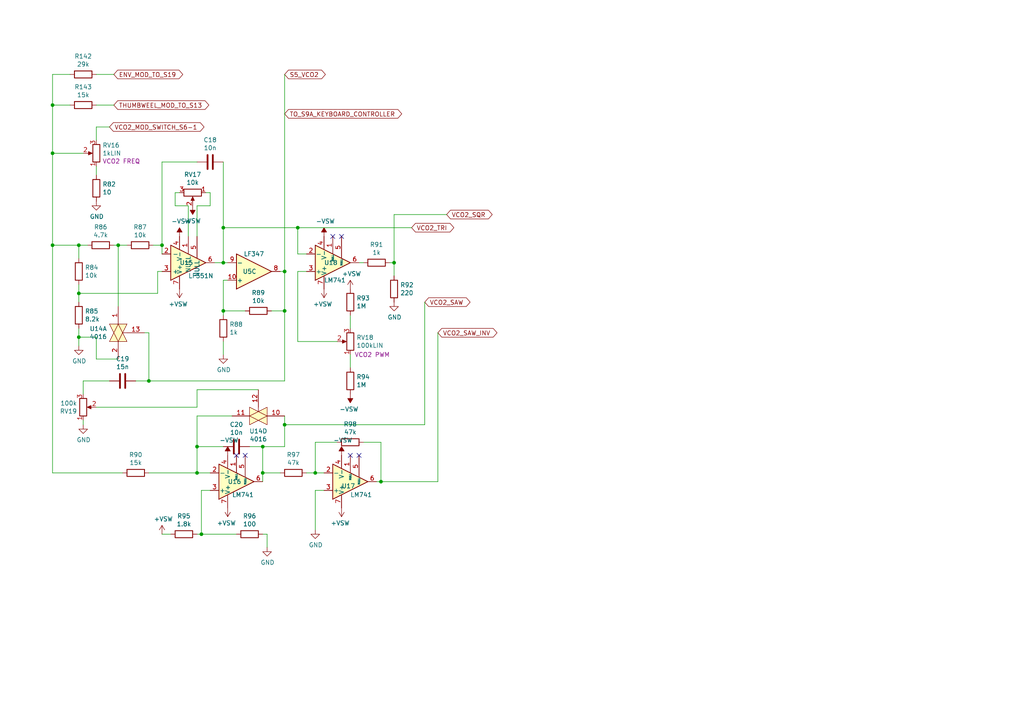
<source format=kicad_sch>
(kicad_sch (version 20230121) (generator eeschema)
  (paper "A4")
  (lib_symbols
    (symbol "4xxx:4016" (pin_names (offset 1.016))
      (property "Reference" "U" (at -7.62 8.89 0))
      (property "Value" "4016" (at -7.62 -8.89 0))
      (symbol "4016_1_0"
        (polyline (pts (xy 0 1.27) (xy 0 2.54)) (stroke (width 0.1524)))
        (polyline (pts (xy -2.54 0) (xy 2.54 2.54) (xy 2.54 -2.54) (xy -2.54 0)) (fill (type background)))
        (polyline (pts (xy -2.54 2.54) (xy 2.54 0) (xy -2.54 -2.54) (xy -2.54 2.54)) (fill (type background)))
        (pin passive line (at -7.62 0 0) (length 5.08) (name "~") (number "1"))
        (pin input line (at 0 7.62 270) (length 5.08) (name "~") (number "13"))
        (pin passive line (at 7.62 0 180) (length 5.08) (name "~") (number "2"))
      )
      (symbol "4016_2_0"
        (polyline (pts (xy 0 1.27) (xy 0 2.54)) (stroke (width 0.1524)))
        (polyline (pts (xy -2.54 0) (xy 2.54 2.54) (xy 2.54 -2.54) (xy -2.54 0)) (fill (type background)))
        (polyline (pts (xy -2.54 2.54) (xy 2.54 0) (xy -2.54 -2.54) (xy -2.54 2.54)) (fill (type background)))
        (pin passive line (at 7.62 0 180) (length 5.08) (name "~") (number "3"))
        (pin passive line (at -7.62 0 0) (length 5.08) (name "~") (number "4"))
        (pin input line (at 0 7.62 270) (length 5.08) (name "~") (number "5"))
      )
      (symbol "4016_3_0"
        (polyline (pts (xy 0 1.27) (xy 0 2.54)) (stroke (width 0.1524)))
        (polyline (pts (xy -2.54 0) (xy 2.54 2.54) (xy 2.54 -2.54) (xy -2.54 0)) (fill (type background)))
        (polyline (pts (xy -2.54 2.54) (xy 2.54 0) (xy -2.54 -2.54) (xy -2.54 2.54)) (fill (type background)))
        (pin input line (at 0 7.62 270) (length 5.08) (name "~") (number "6"))
        (pin passive line (at -7.62 0 0) (length 5.08) (name "~") (number "8"))
        (pin passive line (at 7.62 0 180) (length 5.08) (name "~") (number "9"))
      )
      (symbol "4016_4_0"
        (polyline (pts (xy 0 1.27) (xy 0 2.54)) (stroke (width 0.1524)))
        (polyline (pts (xy -2.54 0) (xy 2.54 2.54) (xy 2.54 -2.54) (xy -2.54 0)) (fill (type background)))
        (polyline (pts (xy -2.54 2.54) (xy 2.54 0) (xy -2.54 -2.54) (xy -2.54 2.54)) (fill (type background)))
        (pin passive line (at 7.62 0 180) (length 5.08) (name "~") (number "10"))
        (pin passive line (at -7.62 0 0) (length 5.08) (name "~") (number "11"))
        (pin input line (at 0 7.62 270) (length 5.08) (name "~") (number "12"))
      )
      (symbol "4016_5_0"
        (pin power_in line (at 0 12.7 270) (length 5.08) (name "VDD") (number "14"))
        (pin power_in line (at 0 -12.7 90) (length 5.08) (name "VSS") (number "7"))
      )
      (symbol "4016_5_1"
        (rectangle (start -5.08 7.62) (end 5.08 -7.62) (stroke (width 0.254)) (fill (type background)))
      )
    )
    (symbol "Amplifier_Operational:LF351N"
      (property "Reference" "U" (at 0 6.35 0))
      (property "Value" "LF351N" (at 0 3.81 0))
      (symbol "LF351N_0_1"
        (polyline (pts (xy -5.08 5.08) (xy 5.08 0) (xy -5.08 -5.08) (xy -5.08 5.08)) (stroke (width 0.254)) (fill (type background)))
      )
      (symbol "LF351N_1_1"
        (pin input line (at 0 -7.62 90) (length 5.08) (name "NULL") (number "1"))
        (pin input line (at -7.62 -2.54 0) (length 2.54) (name "-") (number "2"))
        (pin input line (at -7.62 2.54 0) (length 2.54) (name "+") (number "3"))
        (pin power_in line (at -2.54 -7.62 90) (length 3.81) (name "V-") (number "4"))
        (pin input line (at 2.54 -7.62 90) (length 6.35) (name "NULL") (number "5"))
        (pin output line (at 7.62 0 180) (length 2.54) (name "~") (number "6"))
        (pin power_in line (at -2.54 7.62 270) (length 3.81) (name "V+") (number "7"))
        (pin no_connect line (at 0 2.54 270) (length 2.54) hide (name "NC") (number "8"))
      )
    )
    (symbol "Amplifier_Operational:LM741" (pin_names (offset 0.127))
      (property "Reference" "U" (at 0 6.35 0))
      (property "Value" "LM741" (at 0 3.81 0))
      (symbol "LM741_0_1"
        (polyline (pts (xy -5.08 5.08) (xy 5.08 0) (xy -5.08 -5.08) (xy -5.08 5.08)) (stroke (width 0.254)) (fill (type background)))
      )
      (symbol "LM741_1_1"
        (pin input line (at 0 -7.62 90) (length 5.08) (name "NULL") (number "1"))
        (pin input line (at -7.62 -2.54 0) (length 2.54) (name "-") (number "2"))
        (pin input line (at -7.62 2.54 0) (length 2.54) (name "+") (number "3"))
        (pin power_in line (at -2.54 -7.62 90) (length 3.81) (name "V-") (number "4"))
        (pin input line (at 2.54 -7.62 90) (length 6.35) (name "NULL") (number "5"))
        (pin output line (at 7.62 0 180) (length 2.54) (name "~") (number "6"))
        (pin power_in line (at -2.54 7.62 270) (length 3.81) (name "V+") (number "7"))
        (pin no_connect line (at 0 2.54 270) (length 2.54) hide (name "NC") (number "8"))
      )
    )
    (symbol "Device:C" (pin_numbers hide) (pin_names (offset 0.254))
      (property "Reference" "C" (at 0.635 2.54 0))
      (property "Value" "C" (at 0.635 -2.54 0))
      (symbol "C_0_1"
        (polyline (pts (xy -2.032 -0.762) (xy 2.032 -0.762)) (stroke (width 0.508)))
        (polyline (pts (xy -2.032 0.762) (xy 2.032 0.762)) (stroke (width 0.508)))
      )
      (symbol "C_1_1"
        (pin passive line (at 0 3.81 270) (length 2.794) (name "~") (number "1"))
        (pin passive line (at 0 -3.81 90) (length 2.794) (name "~") (number "2"))
      )
    )
    (symbol "Device:R" (pin_numbers hide) (pin_names (offset 0))
      (property "Reference" "R" (at 2.032 0 90))
      (property "Value" "R" (at 0 0 90))
      (symbol "R_0_1"
        (rectangle (start -1.016 -2.54) (end 1.016 2.54) (stroke (width 0.254)))
      )
      (symbol "R_1_1"
        (pin passive line (at 0 3.81 270) (length 1.27) (name "~") (number "1"))
        (pin passive line (at 0 -3.81 90) (length 1.27) (name "~") (number "2"))
      )
    )
    (symbol "Device:R_Potentiometer" (pin_names (offset 1.016) hide)
      (property "Reference" "RV" (at -4.445 0 90))
      (property "Value" "R_Potentiometer" (at -2.54 0 90))
      (symbol "R_Potentiometer_0_1"
        (polyline (pts (xy 2.54 0) (xy 1.524 0)))
        (polyline (pts (xy 1.143 0) (xy 2.286 0.508) (xy 2.286 -0.508) (xy 1.143 0)) (fill (type outline)))
        (rectangle (start 1.016 2.54) (end -1.016 -2.54) (stroke (width 0.254)))
      )
      (symbol "R_Potentiometer_1_1"
        (pin passive line (at 0 3.81 270) (length 1.27) (name "1") (number "1"))
        (pin passive line (at 3.81 0 180) (length 1.27) (name "2") (number "2"))
        (pin passive line (at 0 -3.81 90) (length 1.27) (name "3") (number "3"))
      )
    )
    (symbol "pe_microsynth:LF347" (pin_names (offset 0.127))
      (property "Reference" "U" (at 0 5.08 0))
      (property "Value" "LF347" (at 0 -5.08 0))
      (symbol "LF347_1_1"
        (polyline (pts (xy -5.08 5.08) (xy 5.08 0) (xy -5.08 -5.08) (xy -5.08 5.08)) (stroke (width 0.254)) (fill (type background)))
        (pin output line (at 7.62 0 180) (length 2.54) (name "~") (number "1"))
        (pin input line (at -7.62 -2.54 0) (length 2.54) (name "-") (number "2"))
        (pin input line (at -7.62 2.54 0) (length 2.54) (name "+") (number "3"))
      )
      (symbol "LF347_2_1"
        (polyline (pts (xy -5.08 5.08) (xy 5.08 0) (xy -5.08 -5.08) (xy -5.08 5.08)) (stroke (width 0.254)) (fill (type background)))
        (pin input line (at -7.62 2.54 0) (length 2.54) (name "+") (number "5"))
        (pin input line (at -7.62 -2.54 0) (length 2.54) (name "-") (number "6"))
        (pin output line (at 7.62 0 180) (length 2.54) (name "~") (number "7"))
      )
      (symbol "LF347_3_1"
        (polyline (pts (xy -5.08 5.08) (xy 5.08 0) (xy -5.08 -5.08) (xy -5.08 5.08)) (stroke (width 0.254)) (fill (type background)))
        (pin input line (at -7.62 2.54 0) (length 2.54) (name "+") (number "10"))
        (pin output line (at 7.62 0 180) (length 2.54) (name "~") (number "8"))
        (pin input line (at -7.62 -2.54 0) (length 2.54) (name "-") (number "9"))
      )
      (symbol "LF347_4_1"
        (polyline (pts (xy -5.08 5.08) (xy 5.08 0) (xy -5.08 -5.08) (xy -5.08 5.08)) (stroke (width 0.254)) (fill (type background)))
        (pin input line (at -7.62 2.54 0) (length 2.54) (name "+") (number "12"))
        (pin input line (at -7.62 -2.54 0) (length 2.54) (name "-") (number "13"))
        (pin output line (at 7.62 0 180) (length 2.54) (name "~") (number "14"))
      )
      (symbol "LF347_5_1"
        (pin power_in line (at -2.54 -7.62 90) (length 3.81) (name "V-") (number "11"))
        (pin power_in line (at -2.54 7.62 270) (length 3.81) (name "V+") (number "4"))
      )
    )
    (symbol "power:+VSW" (power) (pin_names (offset 0))
      (property "Value" "+VSW" (at 0 3.556 0))
      (symbol "+VSW_0_1"
        (polyline (pts (xy -0.762 1.27) (xy 0 2.54)))
        (polyline (pts (xy 0 0) (xy 0 2.54)))
        (polyline (pts (xy 0 2.54) (xy 0.762 1.27)))
      )
      (symbol "+VSW_1_1"
        (pin power_in line (at 0 0 90) (length 0) hide (name "+VSW") (number "1"))
      )
    )
    (symbol "power:-VSW" (power) (pin_names (offset 0))
      (property "Value" "-VSW" (at 0 3.81 0))
      (symbol "-VSW_0_0"
        (pin power_in line (at 0 0 90) (length 0) hide (name "-VSW") (number "1"))
      )
      (symbol "-VSW_0_1"
        (polyline (pts (xy 0 0) (xy 0 1.27) (xy 0.762 1.27) (xy 0 2.54) (xy -0.762 1.27) (xy 0 1.27)) (fill (type outline)))
      )
    )
    (symbol "power:GND" (power) (pin_names (offset 0))
      (property "Value" "GND" (at 0 -3.81 0))
      (symbol "GND_0_1"
        (polyline (pts (xy 0 0) (xy 0 -1.27) (xy 1.27 -1.27) (xy 0 -2.54) (xy -1.27 -1.27) (xy 0 -1.27)))
      )
      (symbol "GND_1_1"
        (pin power_in line (at 0 0 270) (length 0) hide (name "GND") (number "1"))
      )
    )
  )
  (junction (at 64.77 76.2))
  (junction (at 57.15 137.16))
  (junction (at 34.29 71.12))
  (junction (at 22.86 85.09))
  (junction (at 91.44 137.16))
  (junction (at 15.24 30.48))
  (junction (at 64.77 66.04))
  (junction (at 82.55 90.17))
  (junction (at 15.24 71.12))
  (junction (at 76.2 137.16))
  (junction (at 22.86 97.79))
  (junction (at 114.3 76.2))
  (junction (at 76.2 129.54))
  (junction (at 57.15 129.54))
  (junction (at 86.36 66.04))
  (junction (at 110.49 139.7))
  (junction (at 15.24 44.45))
  (junction (at 46.99 71.12))
  (junction (at 82.55 78.74))
  (junction (at 22.86 71.12))
  (junction (at 82.55 123.19))
  (junction (at 43.18 110.49))
  (junction (at 64.77 90.17))
  (junction (at 58.42 154.94))
  (no_connect (at 99.06 68.58))
  (no_connect (at 71.12 132.08))
  (no_connect (at 96.52 68.58))
  (no_connect (at 68.58 132.08))
  (no_connect (at 101.6 132.08))
  (no_connect (at 104.14 132.08))
  (wire (pts (xy 76.2 129.54) (xy 82.55 129.54)))
  (wire (pts (xy 46.99 73.66) (xy 46.99 71.12)))
  (wire (pts (xy 66.04 81.28) (xy 64.77 81.28)))
  (wire (pts (xy 71.12 90.17) (xy 64.77 90.17)))
  (wire (pts (xy 76.2 154.94) (xy 77.47 154.94)))
  (wire (pts (xy 50.8 59.69) (xy 50.8 55.88)))
  (wire (pts (xy 22.86 85.09) (xy 22.86 87.63)))
  (wire (pts (xy 86.36 78.74) (xy 86.36 99.06)))
  (wire (pts (xy 46.99 46.99) (xy 46.99 71.12)))
  (wire (pts (xy 82.55 21.59) (xy 82.55 78.74)))
  (wire (pts (xy 123.19 123.19) (xy 82.55 123.19)))
  (wire (pts (xy 27.94 36.83) (xy 27.94 40.64)))
  (wire (pts (xy 59.69 55.88) (xy 60.96 55.88)))
  (wire (pts (xy 86.36 99.06) (xy 97.79 99.06)))
  (wire (pts (xy 57.15 137.16) (xy 57.15 129.54)))
  (wire (pts (xy 64.77 102.87) (xy 64.77 99.06)))
  (wire (pts (xy 82.55 90.17) (xy 78.74 90.17)))
  (wire (pts (xy 15.24 30.48) (xy 15.24 21.59)))
  (wire (pts (xy 110.49 128.27) (xy 105.41 128.27)))
  (wire (pts (xy 64.77 66.04) (xy 64.77 46.99)))
  (wire (pts (xy 46.99 71.12) (xy 44.45 71.12)))
  (wire (pts (xy 82.55 110.49) (xy 82.55 90.17)))
  (wire (pts (xy 57.15 137.16) (xy 60.96 137.16)))
  (wire (pts (xy 49.53 154.94) (xy 46.99 154.94)))
  (wire (pts (xy 86.36 73.66) (xy 86.36 66.04)))
  (wire (pts (xy 88.9 73.66) (xy 86.36 73.66)))
  (wire (pts (xy 22.86 82.55) (xy 22.86 85.09)))
  (wire (pts (xy 15.24 44.45) (xy 15.24 30.48)))
  (wire (pts (xy 76.2 129.54) (xy 72.39 129.54)))
  (wire (pts (xy 57.15 113.03) (xy 74.93 113.03)))
  (wire (pts (xy 24.13 110.49) (xy 24.13 114.3)))
  (wire (pts (xy 64.77 90.17) (xy 64.77 91.44)))
  (wire (pts (xy 31.75 36.83) (xy 27.94 36.83)))
  (wire (pts (xy 67.31 120.65) (xy 57.15 120.65)))
  (wire (pts (xy 57.15 59.69) (xy 57.15 68.58)))
  (wire (pts (xy 54.61 68.58) (xy 54.61 59.69)))
  (wire (pts (xy 110.49 139.7) (xy 110.49 128.27)))
  (wire (pts (xy 27.94 48.26) (xy 27.94 50.8)))
  (wire (pts (xy 91.44 153.67) (xy 91.44 142.24)))
  (wire (pts (xy 45.72 85.09) (xy 45.72 78.74)))
  (wire (pts (xy 24.13 123.19) (xy 24.13 121.92)))
  (wire (pts (xy 43.18 110.49) (xy 43.18 96.52)))
  (wire (pts (xy 58.42 154.94) (xy 58.42 142.24)))
  (wire (pts (xy 82.55 129.54) (xy 82.55 123.19)))
  (wire (pts (xy 82.55 123.19) (xy 82.55 120.65)))
  (wire (pts (xy 31.75 110.49) (xy 24.13 110.49)))
  (wire (pts (xy 33.02 30.48) (xy 27.94 30.48)))
  (wire (pts (xy 22.86 100.33) (xy 22.86 97.79)))
  (wire (pts (xy 64.77 76.2) (xy 66.04 76.2)))
  (wire (pts (xy 88.9 137.16) (xy 91.44 137.16)))
  (wire (pts (xy 27.94 97.79) (xy 22.86 97.79)))
  (wire (pts (xy 27.94 21.59) (xy 33.02 21.59)))
  (wire (pts (xy 27.94 118.11) (xy 57.15 118.11)))
  (wire (pts (xy 24.13 44.45) (xy 15.24 44.45)))
  (wire (pts (xy 97.79 128.27) (xy 91.44 128.27)))
  (wire (pts (xy 34.29 71.12) (xy 36.83 71.12)))
  (wire (pts (xy 64.77 81.28) (xy 64.77 90.17)))
  (wire (pts (xy 101.6 102.87) (xy 101.6 106.68)))
  (wire (pts (xy 114.3 76.2) (xy 113.03 76.2)))
  (wire (pts (xy 43.18 96.52) (xy 41.91 96.52)))
  (wire (pts (xy 104.14 76.2) (xy 105.41 76.2)))
  (wire (pts (xy 15.24 71.12) (xy 15.24 44.45)))
  (wire (pts (xy 54.61 59.69) (xy 50.8 59.69)))
  (wire (pts (xy 15.24 71.12) (xy 22.86 71.12)))
  (wire (pts (xy 82.55 90.17) (xy 82.55 78.74)))
  (wire (pts (xy 123.19 87.63) (xy 123.19 123.19)))
  (wire (pts (xy 57.15 154.94) (xy 58.42 154.94)))
  (wire (pts (xy 15.24 137.16) (xy 15.24 71.12)))
  (wire (pts (xy 33.02 71.12) (xy 34.29 71.12)))
  (wire (pts (xy 109.22 139.7) (xy 110.49 139.7)))
  (wire (pts (xy 82.55 78.74) (xy 81.28 78.74)))
  (wire (pts (xy 43.18 110.49) (xy 82.55 110.49)))
  (wire (pts (xy 114.3 62.23) (xy 114.3 76.2)))
  (wire (pts (xy 43.18 137.16) (xy 57.15 137.16)))
  (wire (pts (xy 39.37 110.49) (xy 43.18 110.49)))
  (wire (pts (xy 27.94 104.14) (xy 27.94 97.79)))
  (wire (pts (xy 15.24 30.48) (xy 20.32 30.48)))
  (wire (pts (xy 35.56 137.16) (xy 15.24 137.16)))
  (wire (pts (xy 60.96 55.88) (xy 60.96 59.69)))
  (wire (pts (xy 58.42 142.24) (xy 60.96 142.24)))
  (wire (pts (xy 62.23 76.2) (xy 64.77 76.2)))
  (wire (pts (xy 81.28 137.16) (xy 76.2 137.16)))
  (wire (pts (xy 76.2 137.16) (xy 76.2 129.54)))
  (wire (pts (xy 64.77 66.04) (xy 64.77 76.2)))
  (wire (pts (xy 15.24 21.59) (xy 20.32 21.59)))
  (wire (pts (xy 57.15 118.11) (xy 57.15 113.03)))
  (wire (pts (xy 50.8 55.88) (xy 52.07 55.88)))
  (wire (pts (xy 91.44 142.24) (xy 93.98 142.24)))
  (wire (pts (xy 119.38 66.04) (xy 86.36 66.04)))
  (wire (pts (xy 101.6 95.25) (xy 101.6 91.44)))
  (wire (pts (xy 57.15 129.54) (xy 64.77 129.54)))
  (wire (pts (xy 127 96.52) (xy 127 139.7)))
  (wire (pts (xy 91.44 137.16) (xy 93.98 137.16)))
  (wire (pts (xy 22.86 85.09) (xy 45.72 85.09)))
  (wire (pts (xy 77.47 154.94) (xy 77.47 158.75)))
  (wire (pts (xy 22.86 74.93) (xy 22.86 71.12)))
  (wire (pts (xy 22.86 71.12) (xy 25.4 71.12)))
  (wire (pts (xy 45.72 78.74) (xy 46.99 78.74)))
  (wire (pts (xy 91.44 128.27) (xy 91.44 137.16)))
  (wire (pts (xy 86.36 66.04) (xy 64.77 66.04)))
  (wire (pts (xy 114.3 80.01) (xy 114.3 76.2)))
  (wire (pts (xy 34.29 104.14) (xy 27.94 104.14)))
  (wire (pts (xy 57.15 120.65) (xy 57.15 129.54)))
  (wire (pts (xy 22.86 97.79) (xy 22.86 95.25)))
  (wire (pts (xy 88.9 78.74) (xy 86.36 78.74)))
  (wire (pts (xy 34.29 71.12) (xy 34.29 88.9)))
  (wire (pts (xy 76.2 137.16) (xy 76.2 139.7)))
  (wire (pts (xy 46.99 46.99) (xy 57.15 46.99)))
  (wire (pts (xy 127 139.7) (xy 110.49 139.7)))
  (wire (pts (xy 58.42 154.94) (xy 68.58 154.94)))
  (wire (pts (xy 129.54 62.23) (xy 114.3 62.23)))
  (wire (pts (xy 60.96 59.69) (xy 57.15 59.69)))
  (global_label "THUMBWEEL_MOD_TO_S13" (shape bidirectional) (at 33.02 30.48 0) (property "Intersheetrefs" "${INTERSHEET_REFS}" (effects hide)))
  (global_label "VCO2_SAW" (shape bidirectional) (at 123.19 87.63 0) (property "Intersheetrefs" "${INTERSHEET_REFS}" (effects hide)))
  (global_label "VCO2_TRI" (shape bidirectional) (at 119.38 66.04 0) (property "Intersheetrefs" "${INTERSHEET_REFS}" (effects hide)))
  (global_label "S5_VCO2" (shape bidirectional) (at 82.55 21.59 0) (property "Intersheetrefs" "${INTERSHEET_REFS}" (effects hide)))
  (global_label "VCO2_MOD_SWITCH_S6-1" (shape bidirectional) (at 31.75 36.83 0) (property "Intersheetrefs" "${INTERSHEET_REFS}" (effects hide)))
  (global_label "VCO2_SQR" (shape bidirectional) (at 129.54 62.23 0) (property "Intersheetrefs" "${INTERSHEET_REFS}" (effects hide)))
  (global_label "VCO2_SAW_INV" (shape bidirectional) (at 127 96.52 0) (property "Intersheetrefs" "${INTERSHEET_REFS}" (effects hide)))
  (global_label "TO_S9A_KEYBOARD_CONTROLLER" (shape bidirectional) (at 82.55 33.02 0) (property "Intersheetrefs" "${INTERSHEET_REFS}" (effects hide)))
  (global_label "ENV_MOD_TO_S19" (shape bidirectional) (at 33.02 21.59 0) (property "Intersheetrefs" "${INTERSHEET_REFS}" (effects hide)))
  (symbol (lib_id "Amplifier_Operational:LM741") (at 101.6 139.7 0) (mirror x) (unit 1)
    (property "Reference" "U17" (at 99.06 140.97 0) (effects (justify left)))
    (property "Value" "LM741" (at 101.6 143.51 0) (effects (justify left)))
    (property "Footprint" "Package_DIP:DIP-8_W7.62mm_LongPads" (effects hide))
    (property "Datasheet" "http://www.ti.com/lit/ds/symlink/lm741.pdf" (effects hide))
  )
  (symbol (lib_id "Amplifier_Operational:LM741") (at 68.58 139.7 0) (mirror x) (unit 1)
    (property "Reference" "U16" (at 66.04 139.7 0) (effects (justify left)))
    (property "Value" "LM741" (at 67.31 143.51 0) (effects (justify left)))
    (property "Footprint" "Package_DIP:DIP-8_W7.62mm_LongPads" (effects hide))
    (property "Datasheet" "http://www.ti.com/lit/ds/symlink/lm741.pdf" (effects hide))
  )
  (symbol (lib_id "Amplifier_Operational:LM741") (at 96.52 76.2 0) (mirror x) (unit 1)
    (property "Reference" "U18" (at 93.98 76.2 0) (effects (justify left)))
    (property "Value" "LM741" (at 93.98 81.28 0) (effects (justify left)))
    (property "Footprint" "Package_DIP:DIP-8_W7.62mm_LongPads" (effects hide))
    (property "Datasheet" "http://www.ti.com/lit/ds/symlink/lm741.pdf" (effects hide))
  )
  (symbol (lib_id "Device:R") (at 24.13 21.59 270) (unit 1)
    (property "Reference" "R142" (at 24.13 16.3322 90))
    (property "Value" "29k" (at 24.13 18.6436 90))
    (property "Footprint" "Resistor_THT:R_Axial_DIN0207_L6.3mm_D2.5mm_P10.16mm_Horizontal" (effects hide))
  )
  (symbol (lib_id "Device:R") (at 24.13 30.48 270) (unit 1)
    (property "Reference" "R143" (at 24.13 25.2222 90))
    (property "Value" "15k" (at 24.13 27.5336 90))
    (property "Footprint" "Resistor_THT:R_Axial_DIN0207_L6.3mm_D2.5mm_P10.16mm_Horizontal" (effects hide))
  )
  (symbol (lib_id "Device:R") (at 27.94 54.61 0) (unit 1)
    (property "Reference" "R82" (at 29.718 53.4416 0) (effects (justify left)))
    (property "Value" "10" (at 29.718 55.753 0) (effects (justify left)))
    (property "Footprint" "Resistor_THT:R_Axial_DIN0207_L6.3mm_D2.5mm_P10.16mm_Horizontal" (effects hide))
  )
  (symbol (lib_id "power:GND") (at 27.94 58.42 0) (unit 1)
    (property "Reference" "#PWR0156" (effects hide))
    (property "Value" "GND" (at 28.067 62.8142 0))
  )
  (symbol (lib_id "Device:R_Potentiometer") (at 27.94 44.45 180) (unit 1)
    (property "Reference" "RV16" (at 29.718 42.1386 0) (effects (justify right)))
    (property "Value" "1kLIN" (at 29.718 44.45 0) (effects (justify right)))
    (property "Footprint" "microsynth:Pot_16mm_NoDet_RV16AF-4A" (effects hide))
    (property "Label" "VCO2 FREQ" (at 29.718 46.7614 0) (effects (justify right)))
  )
  (symbol (lib_id "Device:R") (at 29.21 71.12 270) (unit 1)
    (property "Reference" "R86" (at 29.21 65.8622 90))
    (property "Value" "4.7k" (at 29.21 68.1736 90))
    (property "Footprint" "Resistor_THT:R_Axial_DIN0207_L6.3mm_D2.5mm_P10.16mm_Horizontal" (effects hide))
  )
  (symbol (lib_id "Device:R") (at 40.64 71.12 270) (unit 1)
    (property "Reference" "R87" (at 40.64 65.8622 90))
    (property "Value" "10k" (at 40.64 68.1736 90))
    (property "Footprint" "Resistor_THT:R_Axial_DIN0207_L6.3mm_D2.5mm_P10.16mm_Horizontal" (effects hide))
  )
  (symbol (lib_id "Device:R") (at 22.86 78.74 0) (unit 1)
    (property "Reference" "R84" (at 24.638 77.5716 0) (effects (justify left)))
    (property "Value" "10k" (at 24.638 79.883 0) (effects (justify left)))
    (property "Footprint" "Resistor_THT:R_Axial_DIN0207_L6.3mm_D2.5mm_P10.16mm_Horizontal" (effects hide))
  )
  (symbol (lib_id "Device:R") (at 22.86 91.44 0) (unit 1)
    (property "Reference" "R85" (at 24.638 90.2716 0) (effects (justify left)))
    (property "Value" "8.2k" (at 24.638 92.583 0) (effects (justify left)))
    (property "Footprint" "Resistor_THT:R_Axial_DIN0207_L6.3mm_D2.5mm_P10.16mm_Horizontal" (effects hide))
  )
  (symbol (lib_id "Device:R") (at 64.77 95.25 0) (unit 1)
    (property "Reference" "R88" (at 66.548 94.0816 0) (effects (justify left)))
    (property "Value" "1k" (at 66.548 96.393 0) (effects (justify left)))
    (property "Footprint" "Resistor_THT:R_Axial_DIN0207_L6.3mm_D2.5mm_P10.16mm_Horizontal" (effects hide))
  )
  (symbol (lib_id "Device:R") (at 74.93 90.17 270) (unit 1)
    (property "Reference" "R89" (at 74.93 84.9122 90))
    (property "Value" "10k" (at 74.93 87.2236 90))
    (property "Footprint" "Resistor_THT:R_Axial_DIN0207_L6.3mm_D2.5mm_P10.16mm_Horizontal" (effects hide))
  )
  (symbol (lib_id "Device:R") (at 39.37 137.16 270) (unit 1)
    (property "Reference" "R90" (at 39.37 131.9022 90))
    (property "Value" "15k" (at 39.37 134.2136 90))
    (property "Footprint" "Resistor_THT:R_Axial_DIN0207_L6.3mm_D2.5mm_P10.16mm_Horizontal" (effects hide))
  )
  (symbol (lib_id "Device:R") (at 53.34 154.94 270) (unit 1)
    (property "Reference" "R95" (at 53.34 149.6822 90))
    (property "Value" "1.8k" (at 53.34 151.9936 90))
    (property "Footprint" "Resistor_THT:R_Axial_DIN0207_L6.3mm_D2.5mm_P10.16mm_Horizontal" (effects hide))
  )
  (symbol (lib_id "Device:R") (at 72.39 154.94 270) (unit 1)
    (property "Reference" "R96" (at 72.39 149.6822 90))
    (property "Value" "100" (at 72.39 151.9936 90))
    (property "Footprint" "Resistor_THT:R_Axial_DIN0207_L6.3mm_D2.5mm_P10.16mm_Horizontal" (effects hide))
  )
  (symbol (lib_id "Device:R") (at 85.09 137.16 270) (unit 1)
    (property "Reference" "R97" (at 85.09 131.9022 90))
    (property "Value" "47k" (at 85.09 134.2136 90))
    (property "Footprint" "Resistor_THT:R_Axial_DIN0207_L6.3mm_D2.5mm_P10.16mm_Horizontal" (effects hide))
  )
  (symbol (lib_id "Device:R") (at 101.6 128.27 270) (unit 1)
    (property "Reference" "R98" (at 101.6 123.0122 90))
    (property "Value" "47k" (at 101.6 125.3236 90))
    (property "Footprint" "Resistor_THT:R_Axial_DIN0207_L6.3mm_D2.5mm_P10.16mm_Horizontal" (effects hide))
  )
  (symbol (lib_id "Device:C") (at 68.58 129.54 270) (unit 1)
    (property "Reference" "C20" (at 68.58 123.1392 90))
    (property "Value" "10n" (at 68.58 125.4506 90))
    (property "Footprint" "Capacitor_THT:C_Rect_L7.2mm_W2.5mm_P5.00mm_FKS2_FKP2_MKS2_MKP2" (effects hide))
  )
  (symbol (lib_id "Device:R") (at 101.6 110.49 0) (unit 1)
    (property "Reference" "R94" (at 103.378 109.3216 0) (effects (justify left)))
    (property "Value" "1M" (at 103.378 111.633 0) (effects (justify left)))
    (property "Footprint" "Resistor_THT:R_Axial_DIN0207_L6.3mm_D2.5mm_P10.16mm_Horizontal" (effects hide))
  )
  (symbol (lib_id "Device:R") (at 101.6 87.63 0) (unit 1)
    (property "Reference" "R93" (at 103.378 86.4616 0) (effects (justify left)))
    (property "Value" "1M" (at 103.378 88.773 0) (effects (justify left)))
    (property "Footprint" "Resistor_THT:R_Axial_DIN0207_L6.3mm_D2.5mm_P10.16mm_Horizontal" (effects hide))
  )
  (symbol (lib_id "Device:R_Potentiometer") (at 101.6 99.06 180) (unit 1)
    (property "Reference" "RV18" (at 103.378 97.8916 0) (effects (justify right)))
    (property "Value" "100kLIN" (at 103.378 100.203 0) (effects (justify right)))
    (property "Footprint" "microsynth:Pot_16mm_NoDet_RV16AF-4A" (effects hide))
    (property "Label" "VCO2 PWM" (at 107.95 102.87 0))
  )
  (symbol (lib_id "power:+VSW") (at 101.6 83.82 0) (unit 1)
    (property "Reference" "#PWR0157" (effects hide))
    (property "Value" "+VSW" (at 101.981 79.4258 0))
  )
  (symbol (lib_id "power:-VSW") (at 101.6 114.3 180) (unit 1)
    (property "Reference" "#PWR0158" (effects hide))
    (property "Value" "-VSW" (at 101.219 118.6942 0))
  )
  (symbol (lib_id "Device:R") (at 109.22 76.2 270) (unit 1)
    (property "Reference" "R91" (at 109.22 70.9422 90))
    (property "Value" "1k" (at 109.22 73.2536 90))
    (property "Footprint" "Resistor_THT:R_Axial_DIN0207_L6.3mm_D2.5mm_P10.16mm_Horizontal" (effects hide))
  )
  (symbol (lib_id "Device:R") (at 114.3 83.82 0) (unit 1)
    (property "Reference" "R92" (at 116.078 82.6516 0) (effects (justify left)))
    (property "Value" "220" (at 116.078 84.963 0) (effects (justify left)))
    (property "Footprint" "Resistor_THT:R_Axial_DIN0207_L6.3mm_D2.5mm_P10.16mm_Horizontal" (effects hide))
  )
  (symbol (lib_id "power:GND") (at 114.3 87.63 0) (unit 1)
    (property "Reference" "#PWR0159" (effects hide))
    (property "Value" "GND" (at 114.427 92.0242 0))
  )
  (symbol (lib_id "power:GND") (at 22.86 100.33 0) (unit 1)
    (property "Reference" "#PWR0160" (effects hide))
    (property "Value" "GND" (at 22.987 104.7242 0))
  )
  (symbol (lib_id "power:GND") (at 64.77 102.87 0) (unit 1)
    (property "Reference" "#PWR0161" (effects hide))
    (property "Value" "GND" (at 64.897 107.2642 0))
  )
  (symbol (lib_id "Device:R_Potentiometer") (at 24.13 118.11 0) (mirror x) (unit 1)
    (property "Reference" "RV19" (at 22.352 119.2784 0) (effects (justify right)))
    (property "Value" "100k" (at 22.352 116.967 0) (effects (justify right)))
    (property "Footprint" "Potentiometer_THT:Potentiometer_Bourns_3296W_Vertical" (effects hide))
  )
  (symbol (lib_id "power:GND") (at 24.13 123.19 0) (unit 1)
    (property "Reference" "#PWR0162" (effects hide))
    (property "Value" "GND" (at 24.257 127.5842 0))
  )
  (symbol (lib_id "Device:C") (at 35.56 110.49 270) (unit 1)
    (property "Reference" "C19" (at 35.56 104.0892 90))
    (property "Value" "15n" (at 35.56 106.4006 90))
    (property "Footprint" "Capacitor_THT:C_Rect_L7.2mm_W3.5mm_P5.00mm_FKS2_FKP2_MKS2_MKP2" (effects hide))
  )
  (symbol (lib_id "Device:C") (at 60.96 46.99 270) (unit 1)
    (property "Reference" "C18" (at 60.96 40.5892 90))
    (property "Value" "10n" (at 60.96 42.9006 90))
    (property "Footprint" "Capacitor_THT:C_Rect_L7.2mm_W2.5mm_P5.00mm_FKS2_FKP2_MKS2_MKP2" (effects hide))
  )
  (symbol (lib_id "power:GND") (at 77.47 158.75 0) (unit 1)
    (property "Reference" "#PWR0163" (effects hide))
    (property "Value" "GND" (at 77.597 163.1442 0))
  )
  (symbol (lib_id "power:GND") (at 91.44 153.67 0) (unit 1)
    (property "Reference" "#PWR0164" (effects hide))
    (property "Value" "GND" (at 91.567 158.0642 0))
  )
  (symbol (lib_id "power:+VSW") (at 46.99 154.94 0) (unit 1)
    (property "Reference" "#PWR0165" (effects hide))
    (property "Value" "+VSW" (at 47.371 150.5458 0))
  )
  (symbol (lib_id "Device:R_Potentiometer") (at 55.88 55.88 270) (unit 1)
    (property "Reference" "RV17" (at 55.88 50.6222 90))
    (property "Value" "10k" (at 55.88 52.9336 90))
    (property "Footprint" "Potentiometer_THT:Potentiometer_Bourns_3296W_Vertical" (effects hide))
  )
  (symbol (lib_id "power:-VSW") (at 55.88 59.69 180) (unit 1)
    (property "Reference" "#PWR0166" (effects hide))
    (property "Value" "-VSW" (at 55.499 64.0842 0))
  )
  (symbol (lib_id "power:-VSW") (at 52.07 68.58 0) (unit 1)
    (property "Reference" "#PWR0167" (effects hide))
    (property "Value" "-VSW" (at 52.451 64.1858 0))
  )
  (symbol (lib_id "power:+VSW") (at 52.07 83.82 180) (unit 1)
    (property "Reference" "#PWR0168" (effects hide))
    (property "Value" "+VSW" (at 51.689 88.2142 0))
  )
  (symbol (lib_id "power:-VSW") (at 93.98 68.58 0) (unit 1)
    (property "Reference" "#PWR0169" (effects hide))
    (property "Value" "-VSW" (at 94.361 64.1858 0))
  )
  (symbol (lib_id "power:+VSW") (at 93.98 83.82 180) (unit 1)
    (property "Reference" "#PWR0170" (effects hide))
    (property "Value" "+VSW" (at 93.599 88.2142 0))
  )
  (symbol (lib_id "power:+VSW") (at 66.04 147.32 180) (unit 1)
    (property "Reference" "#PWR0171" (effects hide))
    (property "Value" "+VSW" (at 65.659 151.7142 0))
  )
  (symbol (lib_id "power:-VSW") (at 66.04 132.08 0) (unit 1)
    (property "Reference" "#PWR0172" (effects hide))
    (property "Value" "-VSW" (at 66.421 127.6858 0))
  )
  (symbol (lib_id "power:-VSW") (at 99.06 132.08 0) (unit 1)
    (property "Reference" "#PWR0173" (effects hide))
    (property "Value" "-VSW" (at 99.441 127.6858 0))
  )
  (symbol (lib_id "power:+VSW") (at 99.06 147.32 180) (unit 1)
    (property "Reference" "#PWR0174" (effects hide))
    (property "Value" "+VSW" (at 98.679 151.7142 0))
  )
  (symbol (lib_id "pe_microsynth:LF347") (at 73.66 78.74 0) (mirror x) (unit 3)
    (property "Reference" "U5" (at 72.39 78.74 0))
    (property "Value" "LF347" (at 73.66 73.66 0))
    (property "Footprint" "Package_DIP:DIP-14_W7.62mm_LongPads" (effects hide))
    (property "Datasheet" "https://www.bitsbox.co.uk/data/analog/LF347.pdf" (effects hide))
    (instances (project "microsynth" (path "" (reference "U5") (unit 3)) (path "" (reference "U?") (unit 3))))
  )
  (symbol (lib_id "Amplifier_Operational:LF351N") (at 54.61 76.2 0) (mirror x) (unit 1)
    (property "Reference" "U15" (at 52.07 76.2 0) (effects (justify left)))
    (property "Value" "LF351N" (at 54.61 80.01 0) (effects (justify left)))
    (property "Footprint" "Package_DIP:DIP-8_W7.62mm_LongPads" (effects hide))
    (property "Datasheet" "https://www.bitsbox.co.uk/data/opamps/lf351.pdf" (effects hide))
  )
  (symbol (lib_id "4xxx:4016") (at 34.29 96.52 270) (unit 1)
    (property "Reference" "U14" (at 31.0388 95.3516 90) (effects (justify right)))
    (property "Value" "4016" (at 31.0388 97.663 90) (effects (justify right)))
    (property "Footprint" "Package_DIP:DIP-14_W7.62mm_LongPads" (effects hide))
    (property "Datasheet" "http://www.ti.com/lit/ds/symlink/cd4016b.pdf" (effects hide))
  )
  (symbol (lib_id "4xxx:4016") (at 74.93 120.65 0) (unit 4)
    (property "Reference" "U14" (at 74.93 125.0442 0))
    (property "Value" "4016" (at 74.93 127.3556 0))
    (property "Footprint" "Package_DIP:DIP-14_W7.62mm_LongPads" (effects hide))
    (property "Datasheet" "http://www.ti.com/lit/ds/symlink/cd4016b.pdf" (effects hide))
  )
)
</source>
